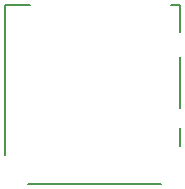
<source format=gbo>
G04 (created by PCBNEW (2013-jul-07)-stable) date 2015年02月11日 19時07分56秒*
%MOIN*%
G04 Gerber Fmt 3.4, Leading zero omitted, Abs format*
%FSLAX34Y34*%
G01*
G70*
G90*
G04 APERTURE LIST*
%ADD10C,0.006*%
%ADD11C,0.00590551*%
%ADD12C,0.06*%
%ADD13R,0.055X0.055*%
%ADD14C,0.055*%
%ADD15R,0.06X0.06*%
%ADD16C,0.056*%
%ADD17R,0.0393701X0.0866142*%
%ADD18R,0.0275591X0.0866142*%
%ADD19R,0.0255906X0.0866142*%
%ADD20R,0.0787402X0.0472441*%
%ADD21R,0.0787402X0.0314961*%
%ADD22R,0.0787402X0.110236*%
%ADD23R,0.0905512X0.0748031*%
%ADD24R,0.1378X0.1378*%
%ADD25C,0.0787402*%
%ADD26C,0.244094*%
%ADD27C,0.0944882*%
%ADD28C,0.0511811*%
%ADD29C,0.0551181*%
G04 APERTURE END LIST*
G54D10*
G54D11*
X45905Y-56299D02*
X41456Y-56299D01*
X46535Y-54448D02*
X46535Y-55039D01*
X46535Y-52086D02*
X46535Y-53779D01*
X46220Y-50354D02*
X46535Y-50354D01*
X46535Y-50354D02*
X46535Y-51259D01*
X40708Y-55354D02*
X40708Y-50354D01*
X40708Y-50354D02*
X41535Y-50354D01*
%LPC*%
G54D12*
X30300Y-55400D03*
X30300Y-54400D03*
X30300Y-50400D03*
X31300Y-55400D03*
X32300Y-55400D03*
X33300Y-55400D03*
X34300Y-55400D03*
X37300Y-55400D03*
X37300Y-50400D03*
X36300Y-50400D03*
X37300Y-54400D03*
X31300Y-50400D03*
G54D13*
X48500Y-43550D03*
G54D14*
X47500Y-43550D03*
X46500Y-43550D03*
X45500Y-43550D03*
X44500Y-43550D03*
X43500Y-43550D03*
G54D13*
X27783Y-40157D03*
G54D14*
X28783Y-40157D03*
X29783Y-40157D03*
X30783Y-40157D03*
X31783Y-40157D03*
X32783Y-40157D03*
X33783Y-40157D03*
X34783Y-40157D03*
X35783Y-40157D03*
X36783Y-40157D03*
G54D12*
X23000Y-49850D03*
X27000Y-49850D03*
X27000Y-50850D03*
X23000Y-50850D03*
X34750Y-43450D03*
X30750Y-43450D03*
X31050Y-42100D03*
X35050Y-42100D03*
X37900Y-43700D03*
X41900Y-43700D03*
X38500Y-42600D03*
X42500Y-42600D03*
G54D15*
X50950Y-53700D03*
G54D12*
X50950Y-54700D03*
X49950Y-53700D03*
X49950Y-54700D03*
X48950Y-53700D03*
X48950Y-54700D03*
G54D15*
X48500Y-42500D03*
G54D12*
X47500Y-42500D03*
X46500Y-42500D03*
G54D15*
X23900Y-52200D03*
G54D12*
X23900Y-53200D03*
G54D15*
X51100Y-51300D03*
G54D12*
X51100Y-50300D03*
G54D15*
X50100Y-51300D03*
G54D12*
X50100Y-50300D03*
G54D15*
X49100Y-51300D03*
G54D12*
X49100Y-50300D03*
G54D16*
X26600Y-43700D03*
X28600Y-43700D03*
G54D17*
X41909Y-49803D03*
G54D18*
X42519Y-49803D03*
X42952Y-49803D03*
X43385Y-49803D03*
X43818Y-49803D03*
X44251Y-49803D03*
X44685Y-49803D03*
X45118Y-49803D03*
G54D19*
X45551Y-49803D03*
X45925Y-49803D03*
G54D20*
X46496Y-51692D03*
G54D21*
X46496Y-54133D03*
G54D22*
X46496Y-55767D03*
G54D23*
X40787Y-55944D03*
G54D13*
X42750Y-45500D03*
G54D14*
X41750Y-45500D03*
X40750Y-45500D03*
X39750Y-45500D03*
X39750Y-48500D03*
X40750Y-48500D03*
X41750Y-48500D03*
X42750Y-48500D03*
X35100Y-45500D03*
X34100Y-45500D03*
X33100Y-45500D03*
X32100Y-45500D03*
X31100Y-45500D03*
X30100Y-45500D03*
X29100Y-45500D03*
X28100Y-45500D03*
X27100Y-45500D03*
X26100Y-45500D03*
X25100Y-45500D03*
X24100Y-45500D03*
X23100Y-45500D03*
G54D13*
X36100Y-45500D03*
G54D14*
X23100Y-48500D03*
X24100Y-48500D03*
X25100Y-48500D03*
X26100Y-48500D03*
X27100Y-48500D03*
X28100Y-48500D03*
X29100Y-48500D03*
X30100Y-48500D03*
X31100Y-48500D03*
X32100Y-48500D03*
X33100Y-48500D03*
X34100Y-48500D03*
X35100Y-48500D03*
X36100Y-48500D03*
G54D13*
X48900Y-45500D03*
G54D14*
X47900Y-45500D03*
X46900Y-45500D03*
X45900Y-45500D03*
X44900Y-45500D03*
X44900Y-48500D03*
X45900Y-48500D03*
X46900Y-48500D03*
X47900Y-48500D03*
X48900Y-48500D03*
X29200Y-41900D03*
X28200Y-41900D03*
X25900Y-41900D03*
X26900Y-41900D03*
X29100Y-50500D03*
X29100Y-49500D03*
X39750Y-51300D03*
X39750Y-50300D03*
X37800Y-47500D03*
X37800Y-46500D03*
G54D24*
X26771Y-52283D03*
X26771Y-54645D03*
X28621Y-53464D03*
G54D25*
X51720Y-47385D03*
X51720Y-45614D03*
X54279Y-45614D03*
X54279Y-47385D03*
X55420Y-47385D03*
X55420Y-45614D03*
X57979Y-45614D03*
X57979Y-47385D03*
X55420Y-44185D03*
X55420Y-42414D03*
X57979Y-42414D03*
X57979Y-44185D03*
X51720Y-44185D03*
X51720Y-42414D03*
X54279Y-42414D03*
X54279Y-44185D03*
G54D26*
X22834Y-29527D03*
X22834Y-55511D03*
X57874Y-29527D03*
X57874Y-55511D03*
G54D27*
X53031Y-52362D03*
X54842Y-52362D03*
X52480Y-55314D03*
X55393Y-55314D03*
G54D28*
X54921Y-53937D03*
X52952Y-53937D03*
G54D29*
X36496Y-41589D03*
X35996Y-42289D03*
X36996Y-42289D03*
G54D12*
X56200Y-41300D03*
X57200Y-41300D03*
X57200Y-50950D03*
X56200Y-50950D03*
X34100Y-49300D03*
X35100Y-49300D03*
X48400Y-49200D03*
X47400Y-49200D03*
X34100Y-50600D03*
X35100Y-50600D03*
M02*

</source>
